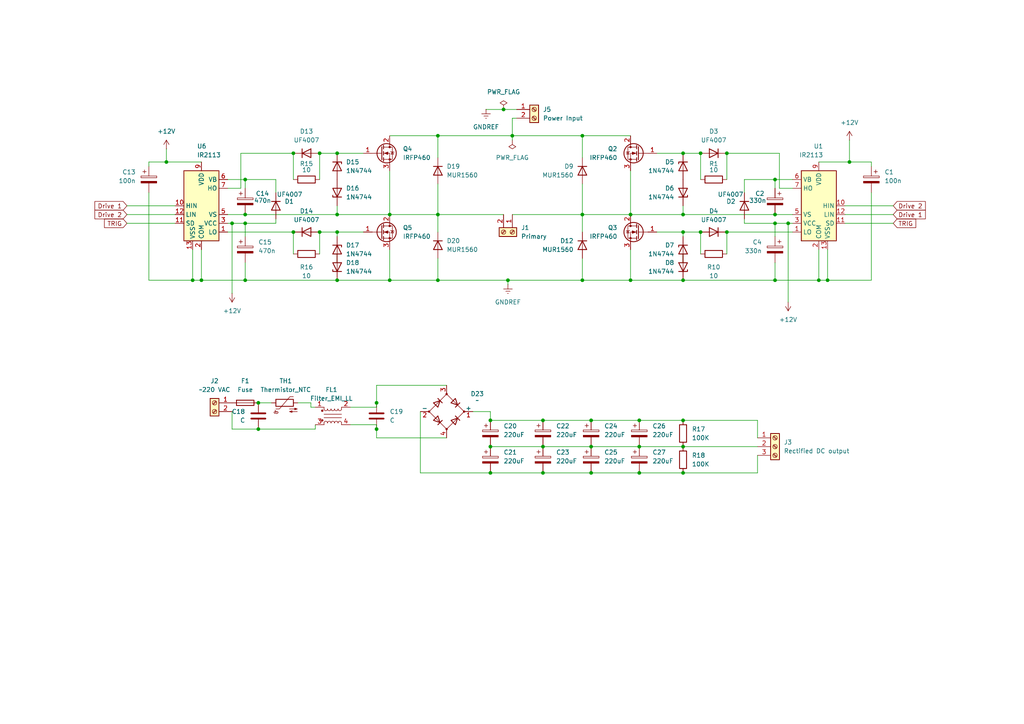
<source format=kicad_sch>
(kicad_sch (version 20231120) (generator "eeschema") (generator_version "8.0")
  (paper "A4")
  (title_block (title "Hossein's musical SSTC") (date "2024-08-23") (rev "1") (company "hnaderi.dev"))
  (lib_symbols
    (symbol "Connector:Screw_Terminal_01x02" (pin_names (offset 1.016) hide)
      (property "Reference" "J" (at 0 2.54 0))
      (property "Value" "Screw_Terminal_01x02" (at 0 -5.08 0))
      (symbol "Screw_Terminal_01x02_1_1"
        (rectangle (start -1.27 1.27) (end 1.27 -3.81) (stroke (width 0.254)) (fill (type background)))
        (circle (center 0 -2.54) (radius 0.635) (stroke (width 0.1524)))
        (polyline (pts (xy -0.5334 -2.2098) (xy 0.3302 -3.048)) (stroke (width 0.1524)))
        (polyline (pts (xy -0.5334 0.3302) (xy 0.3302 -0.508)) (stroke (width 0.1524)))
        (polyline (pts (xy -0.3556 -2.032) (xy 0.508 -2.8702)) (stroke (width 0.1524)))
        (polyline (pts (xy -0.3556 0.508) (xy 0.508 -0.3302)) (stroke (width 0.1524)))
        (circle (center 0 0) (radius 0.635) (stroke (width 0.1524)))
        (pin passive line (at -5.08 0 0) (length 3.81) (name "Pin_1") (number "1"))
        (pin passive line (at -5.08 -2.54 0) (length 3.81) (name "Pin_2") (number "2"))
      )
    )
    (symbol "Connector:Screw_Terminal_01x03" (pin_names (offset 1.016) hide)
      (property "Reference" "J" (at 0 5.08 0))
      (property "Value" "Screw_Terminal_01x03" (at 0 -5.08 0))
      (symbol "Screw_Terminal_01x03_1_1"
        (rectangle (start -1.27 3.81) (end 1.27 -3.81) (stroke (width 0.254)) (fill (type background)))
        (circle (center 0 -2.54) (radius 0.635) (stroke (width 0.1524)))
        (polyline (pts (xy -0.5334 -2.2098) (xy 0.3302 -3.048)) (stroke (width 0.1524)))
        (polyline (pts (xy -0.5334 0.3302) (xy 0.3302 -0.508)) (stroke (width 0.1524)))
        (polyline (pts (xy -0.5334 2.8702) (xy 0.3302 2.032)) (stroke (width 0.1524)))
        (polyline (pts (xy -0.3556 -2.032) (xy 0.508 -2.8702)) (stroke (width 0.1524)))
        (polyline (pts (xy -0.3556 0.508) (xy 0.508 -0.3302)) (stroke (width 0.1524)))
        (polyline (pts (xy -0.3556 3.048) (xy 0.508 2.2098)) (stroke (width 0.1524)))
        (circle (center 0 0) (radius 0.635) (stroke (width 0.1524)))
        (circle (center 0 2.54) (radius 0.635) (stroke (width 0.1524)))
        (pin passive line (at -5.08 2.54 0) (length 3.81) (name "Pin_1") (number "1"))
        (pin passive line (at -5.08 0 0) (length 3.81) (name "Pin_2") (number "2"))
        (pin passive line (at -5.08 -2.54 0) (length 3.81) (name "Pin_3") (number "3"))
      )
    )
    (symbol "Device:C" (pin_numbers hide) (pin_names (offset 0.254))
      (property "Reference" "C" (at 0.635 2.54 0))
      (property "Value" "C" (at 0.635 -2.54 0))
      (symbol "C_0_1"
        (polyline (pts (xy -2.032 -0.762) (xy 2.032 -0.762)) (stroke (width 0.508)))
        (polyline (pts (xy -2.032 0.762) (xy 2.032 0.762)) (stroke (width 0.508)))
      )
      (symbol "C_1_1"
        (pin passive line (at 0 3.81 270) (length 2.794) (name "~") (number "1"))
        (pin passive line (at 0 -3.81 90) (length 2.794) (name "~") (number "2"))
      )
    )
    (symbol "Device:C_Polarized" (pin_numbers hide) (pin_names (offset 0.254))
      (property "Reference" "C" (at 0.635 2.54 0))
      (property "Value" "C_Polarized" (at 0.635 -2.54 0))
      (symbol "C_Polarized_0_1"
        (rectangle (start -2.286 0.508) (end 2.286 1.016))
        (polyline (pts (xy -1.778 2.286) (xy -0.762 2.286)))
        (polyline (pts (xy -1.27 2.794) (xy -1.27 1.778)))
        (rectangle (start 2.286 -0.508) (end -2.286 -1.016) (fill (type outline)))
      )
      (symbol "C_Polarized_1_1"
        (pin passive line (at 0 3.81 270) (length 2.794) (name "~") (number "1"))
        (pin passive line (at 0 -3.81 90) (length 2.794) (name "~") (number "2"))
      )
    )
    (symbol "Device:D" (pin_numbers hide) (pin_names (offset 1.016) hide)
      (property "Reference" "D" (at 0 2.54 0))
      (property "Value" "D" (at 0 -2.54 0))
      (symbol "D_0_1"
        (polyline (pts (xy -1.27 1.27) (xy -1.27 -1.27)) (stroke (width 0.254)))
        (polyline (pts (xy 1.27 0) (xy -1.27 0)))
        (polyline (pts (xy 1.27 1.27) (xy 1.27 -1.27) (xy -1.27 0) (xy 1.27 1.27)) (stroke (width 0.254)))
      )
      (symbol "D_1_1"
        (pin passive line (at -3.81 0 0) (length 2.54) (name "K") (number "1"))
        (pin passive line (at 3.81 0 180) (length 2.54) (name "A") (number "2"))
      )
    )
    (symbol "Device:D_Bridge_+-AA" (pin_names (offset 0))
      (property "Reference" "D" (at 2.54 6.985 0))
      (property "Value" "D_Bridge_+-AA" (at 2.54 5.08 0))
      (symbol "D_Bridge_+-AA_0_1"
        (circle (center -5.08 0) (radius 0.254) (fill (type outline)))
        (circle (center 0 -5.08) (radius 0.254) (fill (type outline)))
        (polyline (pts (xy -2.54 3.81) (xy -1.27 2.54)) (stroke (width 0.254)))
        (polyline (pts (xy -1.27 -2.54) (xy -2.54 -3.81)) (stroke (width 0.254)))
        (polyline (pts (xy 2.54 -1.27) (xy 3.81 -2.54)) (stroke (width 0.254)))
        (polyline (pts (xy 2.54 1.27) (xy 3.81 2.54)) (stroke (width 0.254)))
        (polyline (pts (xy -3.81 2.54) (xy -2.54 1.27) (xy -1.905 3.175) (xy -3.81 2.54)) (stroke (width 0.254)))
        (polyline (pts (xy -2.54 -1.27) (xy -3.81 -2.54) (xy -1.905 -3.175) (xy -2.54 -1.27)) (stroke (width 0.254)))
        (polyline (pts (xy 1.27 2.54) (xy 2.54 3.81) (xy 3.175 1.905) (xy 1.27 2.54)) (stroke (width 0.254)))
        (polyline (pts (xy 3.175 -1.905) (xy 1.27 -2.54) (xy 2.54 -3.81) (xy 3.175 -1.905)) (stroke (width 0.254)))
        (polyline (pts (xy -5.08 0) (xy 0 -5.08) (xy 5.08 0) (xy 0 5.08) (xy -5.08 0)))
        (circle (center 0 5.08) (radius 0.254) (fill (type outline)))
        (circle (center 5.08 0) (radius 0.254) (fill (type outline)))
      )
      (symbol "D_Bridge_+-AA_1_1"
        (pin passive line (at 7.62 0 180) (length 2.54) (name "+") (number "1"))
        (pin passive line (at -7.62 0 0) (length 2.54) (name "-") (number "2"))
        (pin passive line (at 0 7.62 270) (length 2.54) (name "~") (number "3"))
        (pin passive line (at 0 -7.62 90) (length 2.54) (name "~") (number "4"))
      )
    )
    (symbol "Device:Filter_EMI_LL" (pin_names (offset 0.254) hide)
      (property "Reference" "FL" (at 0 4.445 0))
      (property "Value" "Filter_EMI_LL" (at 0 -4.445 0))
      (symbol "Filter_EMI_LL_0_1"
        (circle (center -3.048 -1.27) (radius 0.254) (fill (type outline)))
        (circle (center -3.048 1.524) (radius 0.254) (fill (type outline)))
        (arc (start -2.54 2.032) (mid -2.032 1.5262) (end -1.524 2.032))
        (arc (start -1.524 -2.032) (mid -2.032 -1.5262) (end -2.54 -2.032))
        (arc (start -1.524 2.032) (mid -1.016 1.5262) (end -0.508 2.032))
        (arc (start -0.508 -2.032) (mid -1.016 -1.5262) (end -1.524 -2.032))
        (arc (start -0.508 2.032) (mid 0 1.5262) (end 0.508 2.032))
        (polyline (pts (xy -2.54 -2.032) (xy -2.54 -2.54)))
        (polyline (pts (xy -2.54 0.508) (xy 2.54 0.508)))
        (polyline (pts (xy -2.54 2.032) (xy -2.54 2.54)))
        (polyline (pts (xy 2.54 -2.032) (xy 2.54 -2.54)))
        (polyline (pts (xy 2.54 -0.508) (xy -2.54 -0.508)))
        (polyline (pts (xy 2.54 2.54) (xy 2.54 2.032)))
        (arc (start 0.508 -2.032) (mid 0 -1.5262) (end -0.508 -2.032))
        (arc (start 0.508 2.032) (mid 1.016 1.5262) (end 1.524 2.032))
        (arc (start 1.524 -2.032) (mid 1.016 -1.5262) (end 0.508 -2.032))
        (arc (start 1.524 2.032) (mid 2.032 1.5262) (end 2.54 2.032))
        (arc (start 2.54 -2.032) (mid 2.032 -1.5262) (end 1.524 -2.032))
      )
      (symbol "Filter_EMI_LL_1_1"
        (pin passive line (at -5.08 2.54 0) (length 2.54) (name "1") (number "1"))
        (pin passive line (at 5.08 2.54 180) (length 2.54) (name "2") (number "2"))
        (pin passive line (at -5.08 -2.54 0) (length 2.54) (name "3") (number "3"))
        (pin passive line (at 5.08 -2.54 180) (length 2.54) (name "4") (number "4"))
      )
    )
    (symbol "Device:Fuse" (pin_numbers hide) (pin_names (offset 0))
      (property "Reference" "F" (at 2.032 0 90))
      (property "Value" "Fuse" (at -1.905 0 90))
      (symbol "Fuse_0_1"
        (rectangle (start -0.762 -2.54) (end 0.762 2.54) (stroke (width 0.254)))
        (polyline (pts (xy 0 2.54) (xy 0 -2.54)))
      )
      (symbol "Fuse_1_1"
        (pin passive line (at 0 3.81 270) (length 1.27) (name "~") (number "1"))
        (pin passive line (at 0 -3.81 90) (length 1.27) (name "~") (number "2"))
      )
    )
    (symbol "Device:Q_NMOS_GDS" (pin_names (offset 0) hide)
      (property "Reference" "Q" (at 5.08 1.27 0))
      (property "Value" "Q_NMOS_GDS" (at 5.08 -1.27 0))
      (symbol "Q_NMOS_GDS_0_1"
        (polyline (pts (xy 0.254 0) (xy -2.54 0)))
        (polyline (pts (xy 0.254 1.905) (xy 0.254 -1.905)) (stroke (width 0.254)))
        (polyline (pts (xy 0.762 -1.27) (xy 0.762 -2.286)) (stroke (width 0.254)))
        (polyline (pts (xy 0.762 0.508) (xy 0.762 -0.508)) (stroke (width 0.254)))
        (polyline (pts (xy 0.762 2.286) (xy 0.762 1.27)) (stroke (width 0.254)))
        (polyline (pts (xy 2.54 2.54) (xy 2.54 1.778)))
        (polyline (pts (xy 2.54 -2.54) (xy 2.54 0) (xy 0.762 0)))
        (polyline (pts (xy 0.762 -1.778) (xy 3.302 -1.778) (xy 3.302 1.778) (xy 0.762 1.778)))
        (polyline (pts (xy 1.016 0) (xy 2.032 0.381) (xy 2.032 -0.381) (xy 1.016 0)) (fill (type outline)))
        (polyline (pts (xy 2.794 0.508) (xy 2.921 0.381) (xy 3.683 0.381) (xy 3.81 0.254)))
        (polyline (pts (xy 3.302 0.381) (xy 2.921 -0.254) (xy 3.683 -0.254) (xy 3.302 0.381)))
        (circle (center 1.651 0) (radius 2.794) (stroke (width 0.254)))
        (circle (center 2.54 -1.778) (radius 0.254) (fill (type outline)))
        (circle (center 2.54 1.778) (radius 0.254) (fill (type outline)))
      )
      (symbol "Q_NMOS_GDS_1_1"
        (pin input line (at -5.08 0 0) (length 2.54) (name "G") (number "1"))
        (pin passive line (at 2.54 5.08 270) (length 2.54) (name "D") (number "2"))
        (pin passive line (at 2.54 -5.08 90) (length 2.54) (name "S") (number "3"))
      )
    )
    (symbol "Device:R" (pin_numbers hide) (pin_names (offset 0))
      (property "Reference" "R" (at 2.032 0 90))
      (property "Value" "R" (at 0 0 90))
      (symbol "R_0_1"
        (rectangle (start -1.016 -2.54) (end 1.016 2.54) (stroke (width 0.254)))
      )
      (symbol "R_1_1"
        (pin passive line (at 0 3.81 270) (length 1.27) (name "~") (number "1"))
        (pin passive line (at 0 -3.81 90) (length 1.27) (name "~") (number "2"))
      )
    )
    (symbol "Device:Thermistor_NTC" (pin_numbers hide) (pin_names (offset 0))
      (property "Reference" "TH" (at -4.445 0 90))
      (property "Value" "Thermistor_NTC" (at 3.175 0 90))
      (symbol "Thermistor_NTC_0_1"
        (arc (start -3.048 2.159) (mid -3.0495 2.3143) (end -3.175 2.413))
        (arc (start -3.048 2.159) (mid -2.9736 1.9794) (end -2.794 1.905))
        (arc (start -3.048 2.794) (mid -2.9736 2.6144) (end -2.794 2.54))
        (arc (start -2.794 1.905) (mid -2.6144 1.9794) (end -2.54 2.159))
        (arc (start -2.794 2.54) (mid -2.4393 2.5587) (end -2.159 2.794))
        (arc (start -2.794 3.048) (mid -2.9736 2.9736) (end -3.048 2.794))
        (arc (start -2.54 2.794) (mid -2.6144 2.9736) (end -2.794 3.048))
        (rectangle (start -1.016 2.54) (end 1.016 -2.54) (stroke (width 0.254)))
        (polyline (pts (xy -2.54 2.159) (xy -2.54 2.794)))
        (polyline (pts (xy -1.778 2.54) (xy -1.778 1.524) (xy 1.778 -1.524) (xy 1.778 -2.54)))
        (polyline (pts (xy -2.54 -3.683) (xy -2.54 -1.397) (xy -2.794 -2.159) (xy -2.286 -2.159) (xy -2.54 -1.397) (xy -2.54 -1.651)) (fill (type outline)))
        (polyline (pts (xy -1.778 -1.397) (xy -1.778 -3.683) (xy -2.032 -2.921) (xy -1.524 -2.921) (xy -1.778 -3.683) (xy -1.778 -3.429)) (fill (type outline)))
      )
      (symbol "Thermistor_NTC_1_1"
        (pin passive line (at 0 3.81 270) (length 1.27) (name "~") (number "1"))
        (pin passive line (at 0 -3.81 90) (length 1.27) (name "~") (number "2"))
      )
    )
    (symbol "Diode:1N47xxA" (pin_numbers hide) (pin_names hide)
      (property "Reference" "D" (at 0 2.54 0))
      (property "Value" "1N47xxA" (at 0 -2.54 0))
      (symbol "1N47xxA_0_1"
        (polyline (pts (xy 1.27 0) (xy -1.27 0)))
        (polyline (pts (xy -1.27 -1.27) (xy -1.27 1.27) (xy -0.762 1.27)) (stroke (width 0.254)))
        (polyline (pts (xy 1.27 -1.27) (xy 1.27 1.27) (xy -1.27 0) (xy 1.27 -1.27)) (stroke (width 0.254)))
      )
      (symbol "1N47xxA_1_1"
        (pin passive line (at -3.81 0 0) (length 2.54) (name "K") (number "1"))
        (pin passive line (at 3.81 0 180) (length 2.54) (name "A") (number "2"))
      )
    )
    (symbol "Driver_FET:IR2113"
      (property "Reference" "U" (at 1.27 13.335 0))
      (property "Value" "IR2113" (at 1.27 11.43 0))
      (symbol "IR2113_0_1"
        (rectangle (start -5.08 -10.16) (end 5.08 10.16) (stroke (width 0.254)) (fill (type background)))
      )
      (symbol "IR2113_1_1"
        (pin output line (at 7.62 -7.62 180) (length 2.54) (name "LO") (number "1"))
        (pin input line (at -7.62 0 0) (length 2.54) (name "HIN") (number "10"))
        (pin input line (at -7.62 -5.08 0) (length 2.54) (name "SD") (number "11"))
        (pin input line (at -7.62 -2.54 0) (length 2.54) (name "LIN") (number "12"))
        (pin power_in line (at -2.54 -12.7 90) (length 2.54) (name "VSS") (number "13"))
        (pin no_connect line (at -5.08 2.54 0) (length 2.54) hide (name "NC") (number "14"))
        (pin power_in line (at 0 -12.7 90) (length 2.54) (name "COM") (number "2"))
        (pin power_in line (at 7.62 -5.08 180) (length 2.54) (name "VCC") (number "3"))
        (pin no_connect line (at -5.08 7.62 0) (length 2.54) hide (name "NC") (number "4"))
        (pin passive line (at 7.62 -2.54 180) (length 2.54) (name "VS") (number "5"))
        (pin passive line (at 7.62 7.62 180) (length 2.54) (name "VB") (number "6"))
        (pin output line (at 7.62 5.08 180) (length 2.54) (name "HO") (number "7"))
        (pin no_connect line (at -5.08 5.08 0) (length 2.54) hide (name "NC") (number "8"))
        (pin power_in line (at 0 12.7 270) (length 2.54) (name "VDD") (number "9"))
      )
    )
    (symbol "power:+12V" (power) (pin_numbers hide) (pin_names (offset 0) hide)
      (property "Value" "+12V" (at 0 3.556 0))
      (symbol "+12V_0_1"
        (polyline (pts (xy -0.762 1.27) (xy 0 2.54)))
        (polyline (pts (xy 0 0) (xy 0 2.54)))
        (polyline (pts (xy 0 2.54) (xy 0.762 1.27)))
      )
      (symbol "+12V_1_1"
        (pin power_in line (at 0 0 90) (length 0) (name "~") (number "1"))
      )
    )
    (symbol "power:GNDREF" (power) (pin_numbers hide) (pin_names (offset 0) hide)
      (property "Value" "GNDREF" (at 0 -3.81 0))
      (symbol "GNDREF_0_1"
        (polyline (pts (xy -0.635 -1.905) (xy 0.635 -1.905)))
        (polyline (pts (xy -0.127 -2.54) (xy 0.127 -2.54)))
        (polyline (pts (xy 0 -1.27) (xy 0 0)))
        (polyline (pts (xy 1.27 -1.27) (xy -1.27 -1.27)))
      )
      (symbol "GNDREF_1_1"
        (pin power_in line (at 0 0 270) (length 0) (name "~") (number "1"))
      )
    )
    (symbol "power:PWR_FLAG" (power) (pin_numbers hide) (pin_names (offset 0) hide)
      (property "Value" "PWR_FLAG" (at 0 3.81 0))
      (symbol "PWR_FLAG_0_0"
        (pin power_out line (at 0 0 90) (length 0) (name "~") (number "1"))
      )
      (symbol "PWR_FLAG_0_1"
        (polyline (pts (xy 0 0) (xy 0 1.27) (xy -1.016 1.905) (xy 0 2.54) (xy 1.016 1.905) (xy 0 1.27)))
      )
    )
  )
  (junction (at 71.12 64.77))
  (junction (at 246.38 46.99))
  (junction (at 148.59 39.37))
  (junction (at 224.79 52.07))
  (junction (at 157.48 137.16))
  (junction (at 157.48 129.54))
  (junction (at 127 62.23))
  (junction (at 113.03 81.28))
  (junction (at 113.03 62.23))
  (junction (at 48.26 46.99))
  (junction (at 171.45 121.92))
  (junction (at 97.79 44.45))
  (junction (at 198.12 67.31))
  (junction (at 171.45 129.54))
  (junction (at 185.42 121.92))
  (junction (at 127 39.37))
  (junction (at 97.79 62.23))
  (junction (at 71.12 62.23))
  (junction (at 168.91 62.23))
  (junction (at 203.2 44.45))
  (junction (at 58.42 81.28))
  (junction (at 74.93 124.46))
  (junction (at 203.2 67.31))
  (junction (at 127 81.28))
  (junction (at 142.24 121.92))
  (junction (at 224.79 62.23))
  (junction (at 109.22 124.46))
  (junction (at 185.42 137.16))
  (junction (at 228.6 64.77))
  (junction (at 71.12 52.07))
  (junction (at 146.05 31.75))
  (junction (at 185.42 129.54))
  (junction (at 142.24 137.16))
  (junction (at 55.88 81.28))
  (junction (at 85.09 67.31))
  (junction (at 92.71 44.45))
  (junction (at 109.22 116.84))
  (junction (at 182.88 81.28))
  (junction (at 198.12 62.23))
  (junction (at 97.79 67.31))
  (junction (at 237.49 81.28))
  (junction (at 198.12 129.54))
  (junction (at 198.12 81.28))
  (junction (at 71.12 81.28))
  (junction (at 210.82 67.31))
  (junction (at 198.12 44.45))
  (junction (at 224.79 64.77))
  (junction (at 198.12 121.92))
  (junction (at 142.24 129.54))
  (junction (at 74.93 116.84))
  (junction (at 198.12 137.16))
  (junction (at 168.91 81.28))
  (junction (at 171.45 137.16))
  (junction (at 240.03 81.28))
  (junction (at 85.09 44.45))
  (junction (at 182.88 62.23))
  (junction (at 67.31 64.77))
  (junction (at 147.32 81.28))
  (junction (at 168.91 39.37))
  (junction (at 97.79 81.28))
  (junction (at 210.82 44.45))
  (junction (at 157.48 121.92))
  (junction (at 92.71 67.31))
  (junction (at 224.79 81.28))
  (wire (pts (xy 224.79 64.77) (xy 228.6 64.77)))
  (wire (pts (xy 198.12 129.54) (xy 219.71 129.54)))
  (wire (pts (xy 97.79 76.2) (xy 97.79 73.66)))
  (wire (pts (xy 69.85 44.45) (xy 69.85 54.61)))
  (wire (pts (xy 198.12 62.23) (xy 198.12 59.69)))
  (wire (pts (xy 148.59 39.37) (xy 168.91 39.37)))
  (wire (pts (xy 240.03 81.28) (xy 237.49 81.28)))
  (wire (pts (xy 43.18 81.28) (xy 55.88 81.28)))
  (wire (pts (xy 109.22 111.76) (xy 109.22 116.84)))
  (wire (pts (xy 203.2 44.45) (xy 198.12 44.45)))
  (wire (pts (xy 48.26 43.18) (xy 48.26 46.99)))
  (wire (pts (xy 252.73 55.88) (xy 252.73 81.28)))
  (wire (pts (xy 246.38 40.64) (xy 246.38 46.99)))
  (wire (pts (xy 129.54 127) (xy 109.22 127)))
  (wire (pts (xy 226.06 44.45) (xy 210.82 44.45)))
  (wire (pts (xy 36.83 59.69) (xy 50.8 59.69)))
  (wire (pts (xy 43.18 46.99) (xy 48.26 46.99)))
  (wire (pts (xy 71.12 54.61) (xy 71.12 52.07)))
  (wire (pts (xy 157.48 129.54) (xy 171.45 129.54)))
  (wire (pts (xy 252.73 48.26) (xy 252.73 46.99)))
  (wire (pts (xy 203.2 67.31) (xy 203.2 73.66)))
  (wire (pts (xy 229.87 67.31) (xy 210.82 67.31)))
  (wire (pts (xy 147.32 81.28) (xy 168.91 81.28)))
  (wire (pts (xy 185.42 137.16) (xy 198.12 137.16)))
  (wire (pts (xy 113.03 81.28) (xy 127 81.28)))
  (wire (pts (xy 259.08 59.69) (xy 245.11 59.69)))
  (wire (pts (xy 127 39.37) (xy 148.59 39.37)))
  (wire (pts (xy 219.71 137.16) (xy 219.71 132.08)))
  (wire (pts (xy 92.71 44.45) (xy 92.71 52.07)))
  (wire (pts (xy 147.32 82.55) (xy 147.32 81.28)))
  (wire (pts (xy 228.6 64.77) (xy 229.87 64.77)))
  (wire (pts (xy 113.03 49.53) (xy 113.03 62.23)))
  (wire (pts (xy 67.31 119.38) (xy 67.31 124.46)))
  (wire (pts (xy 71.12 62.23) (xy 97.79 62.23)))
  (wire (pts (xy 85.09 44.45) (xy 85.09 52.07)))
  (wire (pts (xy 252.73 81.28) (xy 240.03 81.28)))
  (wire (pts (xy 215.9 52.07) (xy 224.79 52.07)))
  (wire (pts (xy 182.88 39.37) (xy 168.91 39.37)))
  (wire (pts (xy 259.08 62.23) (xy 245.11 62.23)))
  (wire (pts (xy 224.79 68.58) (xy 224.79 64.77)))
  (wire (pts (xy 129.54 111.76) (xy 109.22 111.76)))
  (wire (pts (xy 85.09 67.31) (xy 85.09 73.66)))
  (wire (pts (xy 69.85 44.45) (xy 85.09 44.45)))
  (wire (pts (xy 198.12 137.16) (xy 219.71 137.16)))
  (wire (pts (xy 182.88 62.23) (xy 168.91 62.23)))
  (wire (pts (xy 182.88 49.53) (xy 182.88 62.23)))
  (wire (pts (xy 48.26 46.99) (xy 58.42 46.99)))
  (wire (pts (xy 171.45 129.54) (xy 185.42 129.54)))
  (wire (pts (xy 198.12 121.92) (xy 219.71 121.92)))
  (wire (pts (xy 198.12 44.45) (xy 190.5 44.45)))
  (wire (pts (xy 127 74.93) (xy 127 81.28)))
  (wire (pts (xy 127 45.72) (xy 127 39.37)))
  (wire (pts (xy 224.79 76.2) (xy 224.79 81.28)))
  (wire (pts (xy 148.59 62.23) (xy 168.91 62.23)))
  (wire (pts (xy 168.91 53.34) (xy 168.91 62.23)))
  (wire (pts (xy 67.31 64.77) (xy 66.04 64.77)))
  (wire (pts (xy 80.01 64.77) (xy 80.01 63.5)))
  (wire (pts (xy 171.45 121.92) (xy 185.42 121.92)))
  (wire (pts (xy 140.97 31.75) (xy 146.05 31.75)))
  (wire (pts (xy 198.12 67.31) (xy 190.5 67.31)))
  (wire (pts (xy 198.12 68.58) (xy 198.12 67.31)))
  (wire (pts (xy 71.12 64.77) (xy 67.31 64.77)))
  (wire (pts (xy 36.83 62.23) (xy 50.8 62.23)))
  (wire (pts (xy 113.03 39.37) (xy 127 39.37)))
  (wire (pts (xy 92.71 67.31) (xy 92.71 73.66)))
  (wire (pts (xy 91.44 118.11) (xy 90.17 118.11)))
  (wire (pts (xy 185.42 121.92) (xy 198.12 121.92)))
  (wire (pts (xy 215.9 64.77) (xy 215.9 63.5)))
  (wire (pts (xy 121.92 119.38) (xy 121.92 137.16)))
  (wire (pts (xy 67.31 124.46) (xy 74.93 124.46)))
  (wire (pts (xy 36.83 64.77) (xy 50.8 64.77)))
  (wire (pts (xy 226.06 54.61) (xy 229.87 54.61)))
  (wire (pts (xy 91.44 124.46) (xy 91.44 123.19)))
  (wire (pts (xy 127 62.23) (xy 127 67.31)))
  (wire (pts (xy 224.79 54.61) (xy 224.79 52.07)))
  (wire (pts (xy 210.82 67.31) (xy 210.82 73.66)))
  (wire (pts (xy 80.01 52.07) (xy 71.12 52.07)))
  (wire (pts (xy 142.24 121.92) (xy 157.48 121.92)))
  (wire (pts (xy 80.01 64.77) (xy 71.12 64.77)))
  (wire (pts (xy 229.87 62.23) (xy 224.79 62.23)))
  (wire (pts (xy 127 53.34) (xy 127 62.23)))
  (wire (pts (xy 71.12 76.2) (xy 71.12 81.28)))
  (wire (pts (xy 55.88 81.28) (xy 58.42 81.28)))
  (wire (pts (xy 101.6 118.11) (xy 109.22 118.11)))
  (wire (pts (xy 215.9 52.07) (xy 215.9 55.88)))
  (wire (pts (xy 97.79 81.28) (xy 113.03 81.28)))
  (wire (pts (xy 71.12 81.28) (xy 97.79 81.28)))
  (wire (pts (xy 240.03 72.39) (xy 240.03 81.28)))
  (wire (pts (xy 101.6 123.19) (xy 109.22 123.19)))
  (wire (pts (xy 109.22 118.11) (xy 109.22 116.84)))
  (wire (pts (xy 157.48 121.92) (xy 171.45 121.92)))
  (wire (pts (xy 168.91 62.23) (xy 168.91 67.31)))
  (wire (pts (xy 149.86 34.29) (xy 148.59 34.29)))
  (wire (pts (xy 74.93 124.46) (xy 91.44 124.46)))
  (wire (pts (xy 198.12 62.23) (xy 182.88 62.23)))
  (wire (pts (xy 69.85 54.61) (xy 66.04 54.61)))
  (wire (pts (xy 226.06 44.45) (xy 226.06 54.61)))
  (wire (pts (xy 198.12 67.31) (xy 203.2 67.31)))
  (wire (pts (xy 43.18 55.88) (xy 43.18 81.28)))
  (wire (pts (xy 142.24 137.16) (xy 157.48 137.16)))
  (wire (pts (xy 127 81.28) (xy 147.32 81.28)))
  (wire (pts (xy 148.59 40.64) (xy 148.59 39.37)))
  (wire (pts (xy 224.79 52.07) (xy 229.87 52.07)))
  (wire (pts (xy 127 62.23) (xy 146.05 62.23)))
  (wire (pts (xy 237.49 81.28) (xy 224.79 81.28)))
  (wire (pts (xy 97.79 67.31) (xy 105.41 67.31)))
  (wire (pts (xy 55.88 72.39) (xy 55.88 81.28)))
  (wire (pts (xy 71.12 68.58) (xy 71.12 64.77)))
  (wire (pts (xy 182.88 81.28) (xy 182.88 72.39)))
  (wire (pts (xy 142.24 129.54) (xy 157.48 129.54)))
  (wire (pts (xy 259.08 64.77) (xy 245.11 64.77)))
  (wire (pts (xy 148.59 34.29) (xy 148.59 39.37)))
  (wire (pts (xy 185.42 129.54) (xy 198.12 129.54)))
  (wire (pts (xy 97.79 62.23) (xy 113.03 62.23)))
  (wire (pts (xy 224.79 62.23) (xy 198.12 62.23)))
  (wire (pts (xy 198.12 76.2) (xy 198.12 73.66)))
  (wire (pts (xy 90.17 116.84) (xy 86.36 116.84)))
  (wire (pts (xy 97.79 44.45) (xy 105.41 44.45)))
  (wire (pts (xy 58.42 81.28) (xy 71.12 81.28)))
  (wire (pts (xy 210.82 44.45) (xy 210.82 52.07)))
  (wire (pts (xy 97.79 62.23) (xy 97.79 59.69)))
  (wire (pts (xy 137.16 119.38) (xy 142.24 119.38)))
  (wire (pts (xy 142.24 119.38) (xy 142.24 121.92)))
  (wire (pts (xy 92.71 44.45) (xy 97.79 44.45)))
  (wire (pts (xy 182.88 81.28) (xy 168.91 81.28)))
  (wire (pts (xy 246.38 46.99) (xy 252.73 46.99)))
  (wire (pts (xy 228.6 87.63) (xy 228.6 64.77)))
  (wire (pts (xy 71.12 52.07) (xy 66.04 52.07)))
  (wire (pts (xy 66.04 67.31) (xy 85.09 67.31)))
  (wire (pts (xy 168.91 74.93) (xy 168.91 81.28)))
  (wire (pts (xy 109.22 123.19) (xy 109.22 124.46)))
  (wire (pts (xy 113.03 81.28) (xy 113.03 72.39)))
  (wire (pts (xy 224.79 81.28) (xy 198.12 81.28)))
  (wire (pts (xy 113.03 62.23) (xy 127 62.23)))
  (wire (pts (xy 67.31 85.09) (xy 67.31 64.77)))
  (wire (pts (xy 109.22 124.46) (xy 109.22 127)))
  (wire (pts (xy 168.91 45.72) (xy 168.91 39.37)))
  (wire (pts (xy 78.74 116.84) (xy 74.93 116.84)))
  (wire (pts (xy 171.45 137.16) (xy 185.42 137.16)))
  (wire (pts (xy 157.48 137.16) (xy 171.45 137.16)))
  (wire (pts (xy 43.18 48.26) (xy 43.18 46.99)))
  (wire (pts (xy 198.12 81.28) (xy 182.88 81.28)))
  (wire (pts (xy 80.01 52.07) (xy 80.01 55.88)))
  (wire (pts (xy 237.49 72.39) (xy 237.49 81.28)))
  (wire (pts (xy 58.42 72.39) (xy 58.42 81.28)))
  (wire (pts (xy 219.71 121.92) (xy 219.71 127)))
  (wire (pts (xy 215.9 64.77) (xy 224.79 64.77)))
  (wire (pts (xy 121.92 137.16) (xy 142.24 137.16)))
  (wire (pts (xy 66.04 62.23) (xy 71.12 62.23)))
  (wire (pts (xy 90.17 118.11) (xy 90.17 116.84)))
  (wire (pts (xy 203.2 44.45) (xy 203.2 52.07)))
  (wire (pts (xy 97.79 68.58) (xy 97.79 67.31)))
  (wire (pts (xy 146.05 31.75) (xy 149.86 31.75)))
  (wire (pts (xy 237.49 46.99) (xy 246.38 46.99)))
  (wire (pts (xy 97.79 67.31) (xy 92.71 67.31)))
  (global_label "TRIG" (shape input) (at 36.83 64.77 180) (property "Intersheetrefs" "${INTERSHEET_REFS}" (effects (hide yes))))
  (global_label "Drive 2" (shape input) (at 36.83 62.23 180) (property "Intersheetrefs" "${INTERSHEET_REFS}" (effects (hide yes))))
  (global_label "TRIG" (shape input) (at 259.08 64.77 0) (property "Intersheetrefs" "${INTERSHEET_REFS}" (effects (hide yes))))
  (global_label "Drive 1" (shape input) (at 36.83 59.69 180) (property "Intersheetrefs" "${INTERSHEET_REFS}" (effects (hide yes))))
  (global_label "Drive 1" (shape input) (at 259.08 62.23 0) (property "Intersheetrefs" "${INTERSHEET_REFS}" (effects (hide yes))))
  (global_label "Drive 2" (shape input) (at 259.08 59.69 0) (property "Intersheetrefs" "${INTERSHEET_REFS}" (effects (hide yes))))
  (symbol (lib_id "power:PWR_FLAG") (at 148.59 40.64 0) (mirror x) (unit 1)
    (property "Reference" "#FLG02" (effects (hide yes)))
    (property "Value" "PWR_FLAG" (at 148.59 45.72 0))
    (property "Description" "Special symbol for telling ERC where power comes from" (effects (hide yes)))
  )
  (symbol (lib_id "Device:D") (at 127 71.12 270) (unit 1)
    (property "Reference" "D20" (at 129.54 69.8499 90) (effects (justify left)))
    (property "Value" "MUR1560" (at 129.54 72.3899 90) (effects (justify left)))
    (property "Footprint" "Package_TO_SOT_THT:TO-220-2_Vertical" (effects (hide yes)))
    (property "Datasheet" "https://www.onsemi.com/pdf/datasheet/mur1520-d.pdf" (effects (hide yes)))
    (property "Description" "Diode" (effects (hide yes)))
    (property "Sim.Device" "D" (effects (hide yes)))
    (property "Sim.Pins" "1=K 2=A" (effects (hide yes)))
  )
  (symbol (lib_id "power:+12V") (at 48.26 43.18 0) (unit 1)
    (property "Reference" "#PWR011" (effects (hide yes)))
    (property "Value" "+12V" (at 48.26 38.1 0))
    (property "Description" "Power symbol creates a global label with name \"+12V\"" (effects (hide yes)))
  )
  (symbol (lib_id "Driver_FET:IR2113") (at 58.42 59.69 0) (unit 1)
    (property "Reference" "U6" (at 57.15 42.418 0) (effects (justify left)))
    (property "Value" "IR2113" (at 57.15 44.958 0) (effects (justify left)))
    (property "Footprint" "Package_DIP:DIP-14_W7.62mm" (effects (hide yes)))
    (property "Datasheet" "https://www.infineon.com/dgdl/ir2110.pdf?fileId=5546d462533600a4015355c80333167e" (effects (hide yes)))
    (property "Description" "High and Low Side Driver, 600V, 2.0/2.0A, PDIP-14" (effects (hide yes)))
  )
  (symbol (lib_id "Device:D") (at 168.91 49.53 90) (mirror x) (unit 1)
    (property "Reference" "D9" (at 166.37 48.2599 90) (effects (justify left)))
    (property "Value" "MUR1560" (at 166.37 50.7999 90) (effects (justify left)))
    (property "Footprint" "Package_TO_SOT_THT:TO-220-2_Vertical" (effects (hide yes)))
    (property "Datasheet" "https://www.onsemi.com/pdf/datasheet/mur1520-d.pdf" (effects (hide yes)))
    (property "Description" "Diode" (effects (hide yes)))
    (property "Sim.Device" "D" (effects (hide yes)))
    (property "Sim.Pins" "1=K 2=A" (effects (hide yes)))
  )
  (symbol (lib_id "Device:Thermistor_NTC") (at 82.55 116.84 90) (unit 1)
    (property "Reference" "TH1" (at 82.8675 110.49 90))
    (property "Value" "Thermistor_NTC" (at 82.8675 113.03 90))
    (property "Description" "Temperature dependent resistor, negative temperature coefficient" (effects (hide yes)))
  )
  (symbol (lib_id "Diode:1N47xxA") (at 198.12 77.47 270) (mirror x) (unit 1)
    (property "Reference" "D8" (at 195.58 76.1999 90) (effects (justify right)))
    (property "Value" "1N4744" (at 195.58 78.7399 90) (effects (justify right)))
    (property "Footprint" "Diode_THT:D_DO-41_SOD81_P10.16mm_Horizontal" (effects (hide yes)))
    (property "Datasheet" "https://www.vishay.com/docs/85816/1n4728a.pdf" (effects (hide yes)))
    (property "Description" "1300mW Silicon planar power Zener diodes, DO-41" (effects (hide yes)))
  )
  (symbol (lib_id "power:GNDREF") (at 140.97 31.75 0) (unit 1)
    (property "Reference" "#PWR01" (effects (hide yes)))
    (property "Value" "GNDREF" (at 140.97 36.83 0))
    (property "Description" "Power symbol creates a global label with name \"GNDREF\" , reference supply ground" (effects (hide yes)))
  )
  (symbol (lib_id "Device:Q_NMOS_GDS") (at 185.42 67.31 0) (mirror y) (unit 1)
    (property "Reference" "Q3" (at 179.07 66.0399 0) (effects (justify left)))
    (property "Value" "IRFP460" (at 179.07 68.5799 0) (effects (justify left)))
    (property "Footprint" "Package_TO_SOT_THT:TO-247-3_Vertical" (effects (hide yes)))
    (property "Datasheet" "https://www.vishay.com/docs/91237/91237.pdf" (effects (hide yes)))
    (property "Description" "N-MOSFET transistor, gate/drain/source" (effects (hide yes)))
  )
  (symbol (lib_id "Device:C_Polarized") (at 224.79 72.39 0) (mirror y) (unit 1)
    (property "Reference" "C4" (at 220.98 70.2309 0) (effects (justify left)))
    (property "Value" "330n" (at 220.98 72.7709 0) (effects (justify left)))
    (property "Description" "Polarized capacitor" (effects (hide yes)))
  )
  (symbol (lib_id "Device:D") (at 127 49.53 270) (unit 1)
    (property "Reference" "D19" (at 129.54 48.2599 90) (effects (justify left)))
    (property "Value" "MUR1560" (at 129.54 50.7999 90) (effects (justify left)))
    (property "Footprint" "Package_TO_SOT_THT:TO-220-2_Vertical" (effects (hide yes)))
    (property "Datasheet" "https://www.onsemi.com/pdf/datasheet/mur1520-d.pdf" (effects (hide yes)))
    (property "Description" "Diode" (effects (hide yes)))
    (property "Sim.Device" "D" (effects (hide yes)))
    (property "Sim.Pins" "1=K 2=A" (effects (hide yes)))
  )
  (symbol (lib_id "Device:D") (at 168.91 71.12 90) (mirror x) (unit 1)
    (property "Reference" "D12" (at 166.37 69.8499 90) (effects (justify left)))
    (property "Value" "MUR1560" (at 166.37 72.3899 90) (effects (justify left)))
    (property "Footprint" "Package_TO_SOT_THT:TO-220-2_Vertical" (effects (hide yes)))
    (property "Datasheet" "https://www.onsemi.com/pdf/datasheet/mur1520-d.pdf" (effects (hide yes)))
    (property "Description" "Diode" (effects (hide yes)))
    (property "Sim.Device" "D" (effects (hide yes)))
    (property "Sim.Pins" "1=K 2=A" (effects (hide yes)))
  )
  (symbol (lib_id "Device:C_Polarized") (at 224.79 58.42 0) (mirror y) (unit 1)
    (property "Reference" "C2" (at 221.742 56.134 0) (effects (justify left)))
    (property "Value" "330n" (at 222.25 58.166 0) (effects (justify left)))
    (property "Description" "Polarized capacitor" (effects (hide yes)))
  )
  (symbol (lib_id "Diode:1N47xxA") (at 198.12 48.26 90) (mirror x) (unit 1)
    (property "Reference" "D5" (at 195.58 46.9899 90) (effects (justify left)))
    (property "Value" "1N4744" (at 195.58 49.5299 90) (effects (justify left)))
    (property "Footprint" "Diode_THT:D_DO-41_SOD81_P10.16mm_Horizontal" (effects (hide yes)))
    (property "Datasheet" "https://www.vishay.com/docs/85816/1n4728a.pdf" (effects (hide yes)))
    (property "Description" "1300mW Silicon planar power Zener diodes, DO-41" (effects (hide yes)))
  )
  (symbol (lib_id "Device:R") (at 198.12 133.35 0) (unit 1)
    (property "Reference" "R18" (at 200.66 132.0799 0) (effects (justify left)))
    (property "Value" "100K" (at 200.66 134.6199 0) (effects (justify left)))
    (property "Description" "Resistor" (effects (hide yes)))
  )
  (symbol (lib_id "Device:R") (at 207.01 52.07 270) (mirror x) (unit 1)
    (property "Reference" "R1" (at 207.01 47.498 90))
    (property "Value" "10" (at 207.01 49.276 90))
    (property "Description" "Resistor" (effects (hide yes)))
  )
  (symbol (lib_id "Device:C") (at 74.93 120.65 0) (unit 1)
    (property "Reference" "C18" (at 71.12 119.3799 0) (effects (justify right)))
    (property "Value" "C" (at 71.12 121.9199 0) (effects (justify right)))
    (property "Description" "Unpolarized capacitor" (effects (hide yes)))
  )
  (symbol (lib_id "Device:C_Polarized") (at 43.18 52.07 0) (unit 1)
    (property "Reference" "C13" (at 39.37 49.9109 0) (effects (justify right)))
    (property "Value" "100n" (at 39.37 52.4509 0) (effects (justify right)))
    (property "Description" "Polarized capacitor" (effects (hide yes)))
  )
  (symbol (lib_id "Device:C_Polarized") (at 71.12 72.39 0) (unit 1)
    (property "Reference" "C15" (at 74.93 70.2309 0) (effects (justify left)))
    (property "Value" "470n" (at 74.93 72.7709 0) (effects (justify left)))
    (property "Description" "Polarized capacitor" (effects (hide yes)))
  )
  (symbol (lib_id "power:PWR_FLAG") (at 146.05 31.75 0) (unit 1)
    (property "Reference" "#FLG01" (effects (hide yes)))
    (property "Value" "PWR_FLAG" (at 146.05 26.67 0))
    (property "Description" "Special symbol for telling ERC where power comes from" (effects (hide yes)))
  )
  (symbol (lib_id "Device:Q_NMOS_GDS") (at 110.49 67.31 0) (unit 1)
    (property "Reference" "Q5" (at 116.84 66.0399 0) (effects (justify left)))
    (property "Value" "IRFP460" (at 116.84 68.5799 0) (effects (justify left)))
    (property "Footprint" "Package_TO_SOT_THT:TO-247-3_Vertical" (effects (hide yes)))
    (property "Datasheet" "https://www.vishay.com/docs/91237/91237.pdf" (effects (hide yes)))
    (property "Description" "N-MOSFET transistor, gate/drain/source" (effects (hide yes)))
  )
  (symbol (lib_id "Diode:1N47xxA") (at 97.79 48.26 270) (unit 1)
    (property "Reference" "D15" (at 100.33 46.9899 90) (effects (justify left)))
    (property "Value" "1N4744" (at 100.33 49.5299 90) (effects (justify left)))
    (property "Footprint" "Diode_THT:D_DO-41_SOD81_P10.16mm_Horizontal" (effects (hide yes)))
    (property "Datasheet" "https://www.vishay.com/docs/85816/1n4728a.pdf" (effects (hide yes)))
    (property "Description" "1300mW Silicon planar power Zener diodes, DO-41" (effects (hide yes)))
  )
  (symbol (lib_id "Device:D") (at 80.01 59.69 270) (unit 1)
    (property "Reference" "D1" (at 82.55 58.4199 90) (effects (justify left)))
    (property "Value" "UF4007" (at 80.264 56.388 90) (effects (justify left)))
    (property "Description" "Diode" (effects (hide yes)))
    (property "Sim.Device" "D" (effects (hide yes)))
    (property "Sim.Pins" "1=K 2=A" (effects (hide yes)))
  )
  (symbol (lib_id "Device:D") (at 207.01 44.45 0) (mirror y) (unit 1)
    (property "Reference" "D3" (at 207.01 38.1 0))
    (property "Value" "UF4007" (at 207.01 40.64 0))
    (property "Description" "Diode" (effects (hide yes)))
    (property "Sim.Device" "D" (effects (hide yes)))
    (property "Sim.Pins" "1=K 2=A" (effects (hide yes)))
  )
  (symbol (lib_id "Connector:Screw_Terminal_01x02") (at 62.23 116.84 0) (mirror y) (unit 1)
    (property "Reference" "J2" (at 62.23 110.49 0))
    (property "Value" "~220 VAC" (at 62.23 113.03 0))
    (property "Description" "Generic screw terminal, single row, 01x02, script generated (kicad-library-utils/schlib/autogen/connector/)" (effects (hide yes)))
  )
  (symbol (lib_id "Device:R") (at 198.12 125.73 0) (unit 1)
    (property "Reference" "R17" (at 200.66 124.4599 0) (effects (justify left)))
    (property "Value" "100K" (at 200.66 126.9999 0) (effects (justify left)))
    (property "Description" "Resistor" (effects (hide yes)))
  )
  (symbol (lib_id "power:+12V") (at 228.6 87.63 180) (unit 1)
    (property "Reference" "#PWR03" (effects (hide yes)))
    (property "Value" "+12V" (at 228.6 92.71 0))
    (property "Description" "Power symbol creates a global label with name \"+12V\"" (effects (hide yes)))
  )
  (symbol (lib_id "Diode:1N47xxA") (at 97.79 55.88 90) (unit 1)
    (property "Reference" "D16" (at 100.33 54.6099 90) (effects (justify right)))
    (property "Value" "1N4744" (at 100.33 57.1499 90) (effects (justify right)))
    (property "Footprint" "Diode_THT:D_DO-41_SOD81_P10.16mm_Horizontal" (effects (hide yes)))
    (property "Datasheet" "https://www.vishay.com/docs/85816/1n4728a.pdf" (effects (hide yes)))
    (property "Description" "1300mW Silicon planar power Zener diodes, DO-41" (effects (hide yes)))
  )
  (symbol (lib_id "power:+12V") (at 246.38 40.64 0) (mirror y) (unit 1)
    (property "Reference" "#PWR02" (effects (hide yes)))
    (property "Value" "+12V" (at 246.38 35.56 0))
    (property "Description" "Power symbol creates a global label with name \"+12V\"" (effects (hide yes)))
  )
  (symbol (lib_id "Device:D") (at 207.01 67.31 0) (mirror y) (unit 1)
    (property "Reference" "D4" (at 207.01 61.214 0))
    (property "Value" "UF4007" (at 207.01 63.754 0))
    (property "Description" "Diode" (effects (hide yes)))
    (property "Sim.Device" "D" (effects (hide yes)))
    (property "Sim.Pins" "1=K 2=A" (effects (hide yes)))
  )
  (symbol (lib_id "Device:C_Polarized") (at 71.12 58.42 0) (unit 1)
    (property "Reference" "C14" (at 74.168 56.134 0) (effects (justify left)))
    (property "Value" "470n" (at 73.66 58.166 0) (effects (justify left)))
    (property "Description" "Polarized capacitor" (effects (hide yes)))
  )
  (symbol (lib_id "Device:D") (at 88.9 67.31 0) (unit 1)
    (property "Reference" "D14" (at 88.9 61.214 0))
    (property "Value" "UF4007" (at 88.9 63.754 0))
    (property "Description" "Diode" (effects (hide yes)))
    (property "Sim.Device" "D" (effects (hide yes)))
    (property "Sim.Pins" "1=K 2=A" (effects (hide yes)))
  )
  (symbol (lib_id "Device:C") (at 109.22 120.65 0) (unit 1)
    (property "Reference" "C19" (at 113.03 119.3799 0) (effects (justify left)))
    (property "Value" "C" (at 113.03 121.9199 0) (effects (justify left)))
    (property "Description" "Unpolarized capacitor" (effects (hide yes)))
  )
  (symbol (lib_id "Device:C_Polarized") (at 157.48 125.73 0) (unit 1)
    (property "Reference" "C22" (at 161.29 123.5709 0) (effects (justify left)))
    (property "Value" "220uF" (at 161.29 126.1109 0) (effects (justify left)))
    (property "Description" "Polarized capacitor" (effects (hide yes)))
  )
  (symbol (lib_id "power:GNDREF") (at 147.32 82.55 0) (unit 1)
    (property "Reference" "#PWR017" (effects (hide yes)))
    (property "Value" "GNDREF" (at 147.32 87.63 0))
    (property "Description" "Power symbol creates a global label with name \"GNDREF\" , reference supply ground" (effects (hide yes)))
  )
  (symbol (lib_id "power:+12V") (at 67.31 85.09 0) (mirror x) (unit 1)
    (property "Reference" "#PWR019" (effects (hide yes)))
    (property "Value" "+12V" (at 67.31 90.17 0))
    (property "Description" "Power symbol creates a global label with name \"+12V\"" (effects (hide yes)))
  )
  (symbol (lib_id "Driver_FET:IR2113") (at 237.49 59.69 0) (mirror y) (unit 1)
    (property "Reference" "U1" (at 238.76 42.418 0) (effects (justify left)))
    (property "Value" "IR2113" (at 238.76 44.958 0) (effects (justify left)))
    (property "Footprint" "Package_DIP:DIP-14_W7.62mm" (effects (hide yes)))
    (property "Datasheet" "https://www.infineon.com/dgdl/ir2110.pdf?fileId=5546d462533600a4015355c80333167e" (effects (hide yes)))
    (property "Description" "High and Low Side Driver, 600V, 2.0/2.0A, PDIP-14" (effects (hide yes)))
  )
  (symbol (lib_id "Diode:1N47xxA") (at 198.12 72.39 90) (mirror x) (unit 1)
    (property "Reference" "D7" (at 195.58 71.1199 90) (effects (justify left)))
    (property "Value" "1N4744" (at 195.58 73.6599 90) (effects (justify left)))
    (property "Footprint" "Diode_THT:D_DO-41_SOD81_P10.16mm_Horizontal" (effects (hide yes)))
    (property "Datasheet" "https://www.vishay.com/docs/85816/1n4728a.pdf" (effects (hide yes)))
    (property "Description" "1300mW Silicon planar power Zener diodes, DO-41" (effects (hide yes)))
  )
  (symbol (lib_id "Device:Filter_EMI_LL") (at 96.52 120.65 0) (unit 1)
    (property "Reference" "FL1" (at 96.139 113.03 0))
    (property "Value" "Filter_EMI_LL" (at 96.139 115.57 0))
    (property "Description" "EMI 2-inductor filter" (effects (hide yes)))
  )
  (symbol (lib_id "Device:D_Bridge_+-AA") (at 129.54 119.38 0) (unit 1)
    (property "Reference" "D23" (at 138.43 114.2298 0))
    (property "Value" "~" (at 138.43 116.1349 0))
    (property "Description" "Diode bridge, +ve/-ve/AC/AC" (effects (hide yes)))
  )
  (symbol (lib_id "Device:D") (at 215.9 59.69 90) (mirror x) (unit 1)
    (property "Reference" "D2" (at 213.36 58.4199 90) (effects (justify left)))
    (property "Value" "UF4007" (at 215.646 56.388 90) (effects (justify left)))
    (property "Description" "Diode" (effects (hide yes)))
    (property "Sim.Device" "D" (effects (hide yes)))
    (property "Sim.Pins" "1=K 2=A" (effects (hide yes)))
  )
  (symbol (lib_id "Device:D") (at 88.9 44.45 0) (unit 1)
    (property "Reference" "D13" (at 88.9 38.1 0))
    (property "Value" "UF4007" (at 88.9 40.64 0))
    (property "Description" "Diode" (effects (hide yes)))
    (property "Sim.Device" "D" (effects (hide yes)))
    (property "Sim.Pins" "1=K 2=A" (effects (hide yes)))
  )
  (symbol (lib_id "Device:Q_NMOS_GDS") (at 110.49 44.45 0) (unit 1)
    (property "Reference" "Q4" (at 116.84 43.1799 0) (effects (justify left)))
    (property "Value" "IRFP460" (at 116.84 45.7199 0) (effects (justify left)))
    (property "Footprint" "Package_TO_SOT_THT:TO-247-3_Vertical" (effects (hide yes)))
    (property "Datasheet" "https://www.vishay.com/docs/91237/91237.pdf" (effects (hide yes)))
    (property "Description" "N-MOSFET transistor, gate/drain/source" (effects (hide yes)))
  )
  (symbol (lib_id "Device:C_Polarized") (at 171.45 133.35 0) (unit 1)
    (property "Reference" "C25" (at 175.26 131.1909 0) (effects (justify left)))
    (property "Value" "220uF" (at 175.26 133.7309 0) (effects (justify left)))
    (property "Description" "Polarized capacitor" (effects (hide yes)))
  )
  (symbol (lib_id "Device:Q_NMOS_GDS") (at 185.42 44.45 0) (mirror y) (unit 1)
    (property "Reference" "Q2" (at 179.07 43.1799 0) (effects (justify left)))
    (property "Value" "IRFP460" (at 179.07 45.7199 0) (effects (justify left)))
    (property "Footprint" "Package_TO_SOT_THT:TO-247-3_Vertical" (effects (hide yes)))
    (property "Datasheet" "https://www.vishay.com/docs/91237/91237.pdf" (effects (hide yes)))
    (property "Description" "N-MOSFET transistor, gate/drain/source" (effects (hide yes)))
  )
  (symbol (lib_id "Device:C_Polarized") (at 142.24 125.73 0) (unit 1)
    (property "Reference" "C20" (at 146.05 123.5709 0) (effects (justify left)))
    (property "Value" "220uF" (at 146.05 126.1109 0) (effects (justify left)))
    (property "Description" "Polarized capacitor" (effects (hide yes)))
  )
  (symbol (lib_id "Device:C_Polarized") (at 252.73 52.07 0) (mirror y) (unit 1)
    (property "Reference" "C1" (at 256.54 49.9109 0) (effects (justify right)))
    (property "Value" "100n" (at 256.54 52.4509 0) (effects (justify right)))
    (property "Description" "Polarized capacitor" (effects (hide yes)))
  )
  (symbol (lib_id "Device:R") (at 88.9 52.07 90) (unit 1)
    (property "Reference" "R15" (at 88.9 47.498 90))
    (property "Value" "10" (at 88.9 49.276 90))
    (property "Description" "Resistor" (effects (hide yes)))
  )
  (symbol (lib_id "Device:R") (at 88.9 73.66 90) (unit 1)
    (property "Reference" "R16" (at 88.9 77.47 90))
    (property "Value" "10" (at 88.9 80.01 90))
    (property "Description" "Resistor" (effects (hide yes)))
  )
  (symbol (lib_id "Device:R") (at 207.01 73.66 270) (mirror x) (unit 1)
    (property "Reference" "R10" (at 207.01 77.47 90))
    (property "Value" "10" (at 207.01 80.01 90))
    (property "Description" "Resistor" (effects (hide yes)))
  )
  (symbol (lib_id "Diode:1N47xxA") (at 198.12 55.88 270) (mirror x) (unit 1)
    (property "Reference" "D6" (at 195.58 54.6099 90) (effects (justify right)))
    (property "Value" "1N4744" (at 195.58 57.1499 90) (effects (justify right)))
    (property "Footprint" "Diode_THT:D_DO-41_SOD81_P10.16mm_Horizontal" (effects (hide yes)))
    (property "Datasheet" "https://www.vishay.com/docs/85816/1n4728a.pdf" (effects (hide yes)))
    (property "Description" "1300mW Silicon planar power Zener diodes, DO-41" (effects (hide yes)))
  )
  (symbol (lib_id "Device:C_Polarized") (at 142.24 133.35 0) (unit 1)
    (property "Reference" "C21" (at 146.05 131.1909 0) (effects (justify left)))
    (property "Value" "220uF" (at 146.05 133.7309 0) (effects (justify left)))
    (property "Description" "Polarized capacitor" (effects (hide yes)))
  )
  (symbol (lib_id "Device:C_Polarized") (at 157.48 133.35 0) (unit 1)
    (property "Reference" "C23" (at 161.29 131.1909 0) (effects (justify left)))
    (property "Value" "220uF" (at 161.29 133.7309 0) (effects (justify left)))
    (property "Description" "Polarized capacitor" (effects (hide yes)))
  )
  (symbol (lib_id "Connector:Screw_Terminal_01x02") (at 148.59 67.31 270) (unit 1)
    (property "Reference" "J1" (at 151.13 66.0399 90) (effects (justify left)))
    (property "Value" "Primary" (at 151.13 68.5799 90) (effects (justify left)))
    (property "Description" "Generic screw terminal, single row, 01x02, script generated (kicad-library-utils/schlib/autogen/connector/)" (effects (hide yes)))
  )
  (symbol (lib_id "Diode:1N47xxA") (at 97.79 72.39 270) (unit 1)
    (property "Reference" "D17" (at 100.33 71.1199 90) (effects (justify left)))
    (property "Value" "1N4744" (at 100.33 73.6599 90) (effects (justify left)))
    (property "Footprint" "Diode_THT:D_DO-41_SOD81_P10.16mm_Horizontal" (effects (hide yes)))
    (property "Datasheet" "https://www.vishay.com/docs/85816/1n4728a.pdf" (effects (hide yes)))
    (property "Description" "1300mW Silicon planar power Zener diodes, DO-41" (effects (hide yes)))
  )
  (symbol (lib_id "Connector:Screw_Terminal_01x02") (at 154.94 31.75 0) (unit 1)
    (property "Reference" "J5" (at 157.48 31.7499 0) (effects (justify left)))
    (property "Value" "Power Input" (at 157.48 34.2899 0) (effects (justify left)))
    (property "Description" "Generic screw terminal, single row, 01x02, script generated (kicad-library-utils/schlib/autogen/connector/)" (effects (hide yes)))
  )
  (symbol (lib_id "Diode:1N47xxA") (at 97.79 77.47 90) (unit 1)
    (property "Reference" "D18" (at 100.33 76.1999 90) (effects (justify right)))
    (property "Value" "1N4744" (at 100.33 78.7399 90) (effects (justify right)))
    (property "Footprint" "Diode_THT:D_DO-41_SOD81_P10.16mm_Horizontal" (effects (hide yes)))
    (property "Datasheet" "https://www.vishay.com/docs/85816/1n4728a.pdf" (effects (hide yes)))
    (property "Description" "1300mW Silicon planar power Zener diodes, DO-41" (effects (hide yes)))
  )
  (symbol (lib_id "Device:C_Polarized") (at 171.45 125.73 0) (unit 1)
    (property "Reference" "C24" (at 175.26 123.5709 0) (effects (justify left)))
    (property "Value" "220uF" (at 175.26 126.1109 0) (effects (justify left)))
    (property "Description" "Polarized capacitor" (effects (hide yes)))
  )
  (symbol (lib_id "Connector:Screw_Terminal_01x03") (at 224.79 129.54 0) (unit 1)
    (property "Reference" "J3" (at 227.33 128.2699 0) (effects (justify left)))
    (property "Value" "Rectified DC output" (at 227.33 130.8099 0) (effects (justify left)))
    (property "Description" "Generic screw terminal, single row, 01x03, script generated (kicad-library-utils/schlib/autogen/connector/)" (effects (hide yes)))
  )
  (symbol (lib_id "Device:Fuse") (at 71.12 116.84 270) (unit 1)
    (property "Reference" "F1" (at 71.12 110.49 90))
    (property "Value" "Fuse" (at 71.12 113.03 90))
    (property "Description" "Fuse" (effects (hide yes)))
  )
  (symbol (lib_id "Device:C_Polarized") (at 185.42 125.73 0) (unit 1)
    (property "Reference" "C26" (at 189.23 123.5709 0) (effects (justify left)))
    (property "Value" "220uF" (at 189.23 126.1109 0) (effects (justify left)))
    (property "Description" "Polarized capacitor" (effects (hide yes)))
  )
  (symbol (lib_id "Device:C_Polarized") (at 185.42 133.35 0) (unit 1)
    (property "Reference" "C27" (at 189.23 131.1909 0) (effects (justify left)))
    (property "Value" "220uF" (at 189.23 133.7309 0) (effects (justify left)))
    (property "Description" "Polarized capacitor" (effects (hide yes)))
  )
)
</source>
